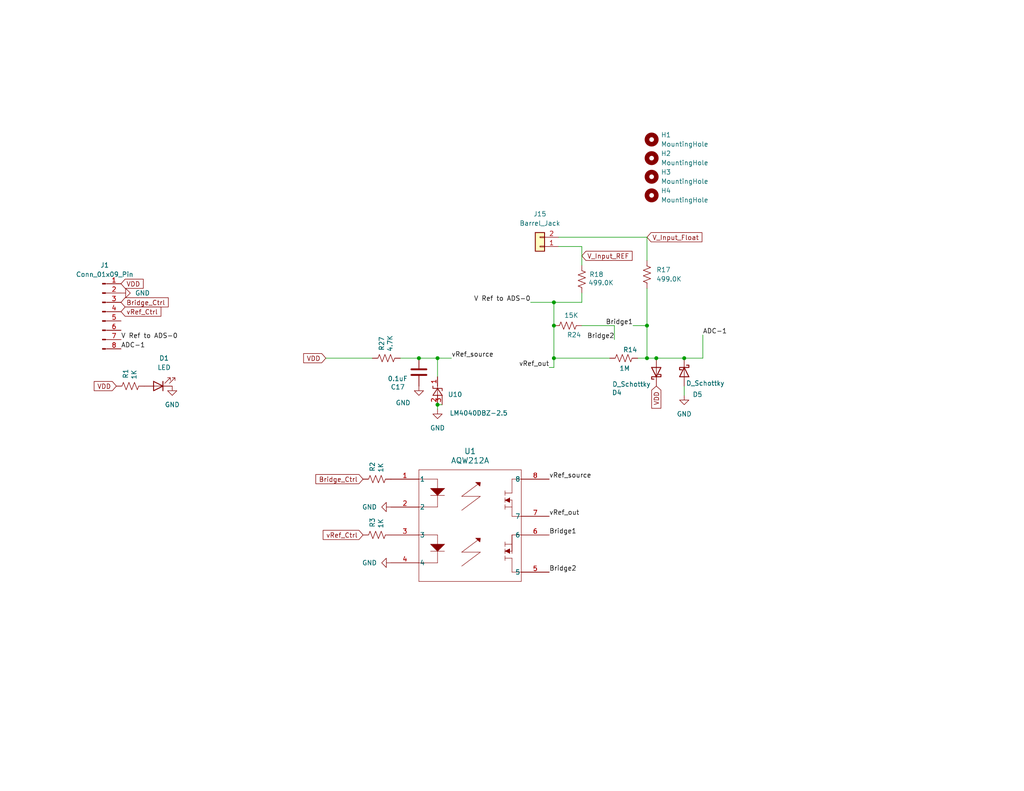
<source format=kicad_sch>
(kicad_sch (version 20250114) (generator "eeschema") (generator_version "9.0")
  (paper "USLetter")
  (title_block (title "Arduino Uno DMM Shield") (date "2025-02-22") (rev "1A") (company "Nick Mann"))
  (lib_symbols
    (symbol "Connector:Conn_01x08_Pin" (pin_names (offset 1.016) (hide yes))
      (property "Reference" "J" (at 0 10.16 0))
      (property "Value" "Conn_01x08_Pin" (at 0 -12.7 0))
      (symbol "Conn_01x08_Pin_1_1"
        (rectangle (start 0.8636 7.747) (end 0 7.493) (stroke (width 0.1524)) (fill (type outline)))
        (rectangle (start 0.8636 5.207) (end 0 4.953) (stroke (width 0.1524)) (fill (type outline)))
        (rectangle (start 0.8636 2.667) (end 0 2.413) (stroke (width 0.1524)) (fill (type outline)))
        (rectangle (start 0.8636 0.127) (end 0 -0.127) (stroke (width 0.1524)) (fill (type outline)))
        (rectangle (start 0.8636 -2.413) (end 0 -2.667) (stroke (width 0.1524)) (fill (type outline)))
        (rectangle (start 0.8636 -4.953) (end 0 -5.207) (stroke (width 0.1524)) (fill (type outline)))
        (rectangle (start 0.8636 -7.493) (end 0 -7.747) (stroke (width 0.1524)) (fill (type outline)))
        (rectangle (start 0.8636 -10.033) (end 0 -10.287) (stroke (width 0.1524)) (fill (type outline)))
        (polyline (pts (xy 1.27 7.62) (xy 0.8636 7.62)) (stroke (width 0.1524)))
        (polyline (pts (xy 1.27 5.08) (xy 0.8636 5.08)) (stroke (width 0.1524)))
        (polyline (pts (xy 1.27 2.54) (xy 0.8636 2.54)) (stroke (width 0.1524)))
        (polyline (pts (xy 1.27 0) (xy 0.8636 0)) (stroke (width 0.1524)))
        (polyline (pts (xy 1.27 -2.54) (xy 0.8636 -2.54)) (stroke (width 0.1524)))
        (polyline (pts (xy 1.27 -5.08) (xy 0.8636 -5.08)) (stroke (width 0.1524)))
        (polyline (pts (xy 1.27 -7.62) (xy 0.8636 -7.62)) (stroke (width 0.1524)))
        (polyline (pts (xy 1.27 -10.16) (xy 0.8636 -10.16)) (stroke (width 0.1524)))
        (pin passive line (at 5.08 7.62 180) (length 3.81) (name "Pin_1") (number "1"))
        (pin passive line (at 5.08 5.08 180) (length 3.81) (name "Pin_2") (number "2"))
        (pin passive line (at 5.08 2.54 180) (length 3.81) (name "Pin_3") (number "3"))
        (pin passive line (at 5.08 0 180) (length 3.81) (name "Pin_4") (number "4"))
        (pin passive line (at 5.08 -2.54 180) (length 3.81) (name "Pin_5") (number "5"))
        (pin passive line (at 5.08 -5.08 180) (length 3.81) (name "Pin_6") (number "6"))
        (pin passive line (at 5.08 -7.62 180) (length 3.81) (name "Pin_7") (number "7"))
        (pin passive line (at 5.08 -10.16 180) (length 3.81) (name "Pin_8") (number "8"))
      )
    )
    (symbol "Connector_Generic:Conn_01x02" (pin_names (offset 1.016) (hide yes))
      (property "Reference" "J" (at 0 2.54 0))
      (property "Value" "Conn_01x02" (at 0 -5.08 0))
      (symbol "Conn_01x02_1_1"
        (rectangle (start -1.27 1.27) (end 1.27 -3.81) (stroke (width 0.254)) (fill (type background)))
        (rectangle (start -1.27 0.127) (end 0 -0.127) (stroke (width 0.1524)))
        (rectangle (start -1.27 -2.413) (end 0 -2.667) (stroke (width 0.1524)))
        (pin passive line (at -5.08 0 0) (length 3.81) (name "Pin_1") (number "1"))
        (pin passive line (at -5.08 -2.54 0) (length 3.81) (name "Pin_2") (number "2"))
      )
    )
    (symbol "CustomAdded:AQW212A" (pin_names (offset 0.254))
      (property "Reference" "U" (at 22.86 10.16 0))
      (property "Value" "AQW212A" (at 22.86 17.78 0))
      (symbol "AQW212A_0_1"
        (polyline (pts (xy 7.62 5.08) (xy 7.62 -25.4)) (stroke (width 0.127)))
        (polyline (pts (xy 7.62 -25.4) (xy 35.56 -25.4)) (stroke (width 0.127)))
        (polyline (pts (xy 10.795 -1.905) (xy 14.605 -1.905)) (stroke (width 0.127)))
        (polyline (pts (xy 10.795 -17.145) (xy 14.605 -17.145)) (stroke (width 0.127)))
        (polyline (pts (xy 12.7 2.54) (xy 7.62 2.54)) (stroke (width 0.127)))
        (polyline (pts (xy 12.7 2.54) (xy 12.7 -5.08)) (stroke (width 0.127)))
        (polyline (pts (xy 12.7 -5.08) (xy 7.62 -5.08)) (stroke (width 0.127)))
        (polyline (pts (xy 12.7 -12.7) (xy 7.62 -12.7)) (stroke (width 0.127)))
        (polyline (pts (xy 12.7 -12.7) (xy 12.7 -20.32)) (stroke (width 0.127)))
        (polyline (pts (xy 12.7 -20.32) (xy 7.62 -20.32)) (stroke (width 0.127)))
        (polyline (pts (xy 14.605 0) (xy 10.795 0) (xy 12.7 -1.905) (xy 14.605 0)) (fill (type outline)))
        (polyline (pts (xy 14.605 -15.24) (xy 10.795 -15.24) (xy 12.7 -17.145) (xy 14.605 -15.24)) (fill (type outline)))
        (polyline (pts (xy 19.304 -2.159) (xy 23.876 1.27)) (stroke (width 0.127)))
        (polyline (pts (xy 19.304 -5.969) (xy 24.384 -2.159)) (stroke (width 0.127)))
        (polyline (pts (xy 19.304 -17.399) (xy 23.876 -13.97)) (stroke (width 0.127)))
        (polyline (pts (xy 19.304 -21.209) (xy 24.384 -17.399)) (stroke (width 0.127)))
        (polyline (pts (xy 23.749 -2.159) (xy 19.304 -2.159)) (stroke (width 0.127)))
        (polyline (pts (xy 23.749 -2.159) (xy 24.384 -2.159)) (stroke (width 0.127)))
        (polyline (pts (xy 23.749 -17.399) (xy 19.304 -17.399)) (stroke (width 0.127)))
        (polyline (pts (xy 23.749 -17.399) (xy 24.384 -17.399)) (stroke (width 0.127)))
        (polyline (pts (xy 24.384 1.651) (xy 23.114 1.651) (xy 24.257 0.635) (xy 24.384 1.651)) (fill (type outline)))
        (polyline (pts (xy 24.384 -13.589) (xy 23.114 -13.589) (xy 24.257 -14.605) (xy 24.384 -13.589)) (fill (type outline)))
        (polyline (pts (xy 31.115 -1.27) (xy 33.02 -1.27)) (stroke (width 0.127)))
        (polyline (pts (xy 31.115 -1.905) (xy 31.115 -0.635)) (stroke (width 0.127)))
        (polyline (pts (xy 31.115 -3.175) (xy 33.02 -3.175)) (stroke (width 0.127)))
        (polyline (pts (xy 31.115 -3.175) (xy 32.385 -3.81) (xy 32.385 -2.54)) (fill (type outline)))
        (polyline (pts (xy 31.115 -3.81) (xy 31.115 -2.54)) (stroke (width 0.127)))
        (polyline (pts (xy 31.115 -4.445) (xy 31.115 -5.715)) (stroke (width 0.127)))
        (polyline (pts (xy 31.115 -5.08) (xy 33.02 -5.08)) (stroke (width 0.127)))
        (polyline (pts (xy 31.115 -15.24) (xy 33.02 -15.24)) (stroke (width 0.127)))
        (polyline (pts (xy 31.115 -15.875) (xy 31.115 -14.605)) (stroke (width 0.127)))
        (polyline (pts (xy 31.115 -16.51) (xy 31.115 -17.78)) (stroke (width 0.127)))
        (polyline (pts (xy 31.115 -17.145) (xy 33.02 -17.145)) (stroke (width 0.127)))
        (polyline (pts (xy 31.115 -17.145) (xy 32.385 -16.51) (xy 32.385 -17.78)) (fill (type outline)))
        (polyline (pts (xy 31.115 -18.415) (xy 31.115 -19.685)) (stroke (width 0.127)))
        (polyline (pts (xy 31.115 -19.05) (xy 33.02 -19.05)) (stroke (width 0.127)))
        (polyline (pts (xy 33.02 2.54) (xy 35.56 2.54)) (stroke (width 0.127)))
        (polyline (pts (xy 33.02 -1.27) (xy 33.02 2.54)) (stroke (width 0.127)))
        (polyline (pts (xy 33.02 -7.62) (xy 33.02 -3.175)) (stroke (width 0.127)))
        (polyline (pts (xy 33.02 -12.7) (xy 33.02 -17.145)) (stroke (width 0.127)))
        (polyline (pts (xy 33.02 -12.7) (xy 35.56 -12.7)) (stroke (width 0.127)))
        (polyline (pts (xy 33.02 -17.78) (xy 33.02 -12.7)) (stroke (width 0.127)))
        (polyline (pts (xy 33.02 -19.05) (xy 33.02 -22.86)) (stroke (width 0.127)))
        (polyline (pts (xy 33.02 -22.86) (xy 35.56 -22.86)) (stroke (width 0.127)))
        (polyline (pts (xy 35.56 5.08) (xy 7.62 5.08)) (stroke (width 0.127)))
        (polyline (pts (xy 35.56 -7.62) (xy 33.02 -7.62)) (stroke (width 0.127)))
        (polyline (pts (xy 35.56 -25.4) (xy 35.56 5.08)) (stroke (width 0.127)))
        (pin unspecified line (at 0 2.54 0) (length 7.62) (name "1") (number "1"))
        (pin unspecified line (at 0 -5.08 0) (length 7.62) (name "2") (number "2"))
        (pin unspecified line (at 0 -12.7 0) (length 7.62) (name "3") (number "3"))
        (pin unspecified line (at 0 -20.32 0) (length 7.62) (name "4") (number "4"))
        (pin unspecified line (at 43.18 2.54 180) (length 7.62) (name "8") (number "8"))
        (pin unspecified line (at 43.18 -7.62 180) (length 7.62) (name "7") (number "7"))
        (pin unspecified line (at 43.18 -12.7 180) (length 7.62) (name "6") (number "6"))
        (pin unspecified line (at 43.18 -22.86 180) (length 7.62) (name "5") (number "5"))
      )
    )
    (symbol "Device:C" (pin_numbers (hide yes)) (pin_names (offset 0.254))
      (property "Reference" "C" (at 0.635 2.54 0))
      (property "Value" "C" (at 0.635 -2.54 0))
      (symbol "C_0_1"
        (polyline (pts (xy -2.032 0.762) (xy 2.032 0.762)) (stroke (width 0.508)))
        (polyline (pts (xy -2.032 -0.762) (xy 2.032 -0.762)) (stroke (width 0.508)))
      )
      (symbol "C_1_1"
        (pin passive line (at 0 3.81 270) (length 2.794) (name "~") (number "1"))
        (pin passive line (at 0 -3.81 90) (length 2.794) (name "~") (number "2"))
      )
    )
    (symbol "Device:D_Schottky" (pin_numbers (hide yes)) (pin_names (offset 1.016) (hide yes))
      (property "Reference" "D" (at 0 2.54 0))
      (property "Value" "D_Schottky" (at 0 -2.54 0))
      (symbol "D_Schottky_0_1"
        (polyline (pts (xy -1.905 0.635) (xy -1.905 1.27) (xy -1.27 1.27) (xy -1.27 -1.27) (xy -0.635 -1.27) (xy -0.635 -0.635)) (stroke (width 0.254)))
        (polyline (pts (xy 1.27 1.27) (xy 1.27 -1.27) (xy -1.27 0) (xy 1.27 1.27)) (stroke (width 0.254)))
        (polyline (pts (xy 1.27 0) (xy -1.27 0)))
      )
      (symbol "D_Schottky_1_1"
        (pin passive line (at -3.81 0 0) (length 2.54) (name "K") (number "1"))
        (pin passive line (at 3.81 0 180) (length 2.54) (name "A") (number "2"))
      )
    )
    (symbol "Device:LED" (pin_numbers (hide yes)) (pin_names (offset 1.016) (hide yes))
      (property "Reference" "D" (at 0 2.54 0))
      (property "Value" "LED" (at 0 -2.54 0))
      (symbol "LED_0_1"
        (polyline (pts (xy -3.048 -0.762) (xy -4.572 -2.286) (xy -3.81 -2.286) (xy -4.572 -2.286) (xy -4.572 -1.524)))
        (polyline (pts (xy -1.778 -0.762) (xy -3.302 -2.286) (xy -2.54 -2.286) (xy -3.302 -2.286) (xy -3.302 -1.524)))
        (polyline (pts (xy -1.27 0) (xy 1.27 0)))
        (polyline (pts (xy -1.27 -1.27) (xy -1.27 1.27)) (stroke (width 0.254)))
        (polyline (pts (xy 1.27 -1.27) (xy 1.27 1.27) (xy -1.27 0) (xy 1.27 -1.27)) (stroke (width 0.254)))
      )
      (symbol "LED_1_1"
        (pin passive line (at -3.81 0 0) (length 2.54) (name "K") (number "1"))
        (pin passive line (at 3.81 0 180) (length 2.54) (name "A") (number "2"))
      )
    )
    (symbol "Device:R_US" (pin_numbers (hide yes)) (pin_names (offset 0))
      (property "Reference" "R" (at 2.54 0 90))
      (property "Value" "R_US" (at -2.54 0 90))
      (symbol "R_US_0_1"
        (polyline (pts (xy 0 2.286) (xy 0 2.54)))
        (polyline (pts (xy 0 2.286) (xy 1.016 1.905) (xy 0 1.524) (xy -1.016 1.143) (xy 0 0.762)))
        (polyline (pts (xy 0 0.762) (xy 1.016 0.381) (xy 0 0) (xy -1.016 -0.381) (xy 0 -0.762)))
        (polyline (pts (xy 0 -0.762) (xy 1.016 -1.143) (xy 0 -1.524) (xy -1.016 -1.905) (xy 0 -2.286)))
        (polyline (pts (xy 0 -2.286) (xy 0 -2.54)))
      )
      (symbol "R_US_1_1"
        (pin passive line (at 0 3.81 270) (length 1.27) (name "~") (number "1"))
        (pin passive line (at 0 -3.81 90) (length 1.27) (name "~") (number "2"))
      )
    )
    (symbol "Mechanical:MountingHole" (pin_names (offset 1.016)) (in_bom no)
      (property "Reference" "H" (at 0 5.08 0))
      (property "Value" "MountingHole" (at 0 3.175 0))
      (symbol "MountingHole_0_1"
        (circle (center 0 0) (radius 1.27) (stroke (width 1.27)))
      )
    )
    (symbol "Reference_Voltage:LM4040DBZ-2.5" (pin_names (offset 0.0254) (hide yes))
      (property "Reference" "U10" (at -1.778 7.112 90))
      (property "Value" "LM4040DBZ-2.5" (at -4.572 17.018 90))
      (symbol "LM4040DBZ-2.5_0_1"
        (polyline (pts (xy -1.27 0) (xy 0 0) (xy 1.27 0)))
        (polyline (pts (xy -1.27 -1.27) (xy 0.635 0) (xy -1.27 1.27) (xy -1.27 -1.27)) (stroke (width 0.2032)))
        (polyline (pts (xy 0 -1.27) (xy 0.635 -1.27) (xy 0.635 1.27) (xy 1.27 1.27)) (stroke (width 0.2032)))
      )
      (symbol "LM4040DBZ-2.5_1_1"
        (pin passive line (at -3.81 0 0) (length 2.54) (name "A") (number "2"))
        (pin input line (at -3.81 -1.27 0) (length 2.54) (name "nc_(gnd)") (number "3"))
        (pin passive line (at 3.81 0 180) (length 2.54) (name "K") (number "1"))
      )
    )
    (symbol "power:GND" (power) (pin_names (offset 0))
      (property "Value" "GND" (at 0 -3.81 0))
      (symbol "GND_0_1"
        (polyline (pts (xy 0 0) (xy 0 -1.27) (xy 1.27 -1.27) (xy 0 -2.54) (xy -1.27 -1.27) (xy 0 -1.27)))
      )
      (symbol "GND_1_1"
        (pin power_in line (at 0 0 270) (length 0) (hide yes) (name "GND") (number "1"))
      )
    )
  )
  (junction (at 176.53 97.79))
  (junction (at 186.69 97.79))
  (junction (at 114.3 97.79))
  (junction (at 119.38 97.79))
  (junction (at 151.13 82.55))
  (junction (at 119.38 110.49))
  (junction (at 176.53 88.9))
  (junction (at 151.13 88.9))
  (junction (at 179.07 97.79))
  (junction (at 151.13 97.79))
  (wire (pts (xy 176.53 88.9) (xy 176.53 97.79)))
  (wire (pts (xy 119.38 102.87) (xy 119.38 97.79)))
  (wire (pts (xy 176.53 78.74) (xy 176.53 88.9)))
  (wire (pts (xy 176.53 97.79) (xy 179.07 97.79)))
  (wire (pts (xy 173.99 97.79) (xy 176.53 97.79)))
  (wire (pts (xy 186.69 97.79) (xy 191.77 97.79)))
  (wire (pts (xy 151.13 88.9) (xy 151.13 97.79)))
  (wire (pts (xy 114.3 97.79) (xy 119.38 97.79)))
  (wire (pts (xy 101.6 97.79) (xy 88.9 97.79)))
  (wire (pts (xy 144.78 82.55) (xy 151.13 82.55)))
  (wire (pts (xy 119.38 97.79) (xy 123.19 97.79)))
  (wire (pts (xy 151.13 97.79) (xy 166.37 97.79)))
  (wire (pts (xy 186.69 105.41) (xy 186.69 107.95)))
  (wire (pts (xy 149.86 100.33) (xy 151.13 100.33)))
  (wire (pts (xy 152.4 64.77) (xy 176.53 64.77)))
  (wire (pts (xy 119.38 110.49) (xy 120.65 110.49)))
  (wire (pts (xy 191.77 91.44) (xy 191.77 97.79)))
  (wire (pts (xy 151.13 100.33) (xy 151.13 97.79)))
  (wire (pts (xy 151.13 82.55) (xy 158.75 82.55)))
  (wire (pts (xy 176.53 64.77) (xy 176.53 71.12)))
  (wire (pts (xy 152.4 67.31) (xy 158.75 67.31)))
  (wire (pts (xy 158.75 80.01) (xy 158.75 82.55)))
  (wire (pts (xy 109.22 97.79) (xy 114.3 97.79)))
  (wire (pts (xy 179.07 97.79) (xy 186.69 97.79)))
  (wire (pts (xy 151.13 82.55) (xy 151.13 88.9)))
  (wire (pts (xy 167.64 88.9) (xy 167.64 92.71)))
  (wire (pts (xy 158.75 67.31) (xy 158.75 72.39)))
  (wire (pts (xy 119.38 111.76) (xy 119.38 110.49)))
  (wire (pts (xy 172.72 88.9) (xy 176.53 88.9)))
  (wire (pts (xy 158.75 88.9) (xy 167.64 88.9)))
  (label "vRef_out" (at 149.86 140.97 0))
  (label "Bridge2" (at 167.64 92.71 180))
  (label "V Ref to ADS-0" (at 144.78 82.55 180))
  (label "Bridge1" (at 172.72 88.9 180))
  (label "ADC-1" (at 33.02 95.25 0))
  (label "Bridge2" (at 149.86 156.21 0))
  (label "vRef_source" (at 123.19 97.79 0))
  (label "Bridge1" (at 149.86 146.05 0))
  (label "ADC-1" (at 191.77 91.44 0))
  (label "vRef_source" (at 149.86 130.81 0))
  (label "vRef_out" (at 149.86 100.33 180))
  (label "V Ref to ADS-0" (at 33.02 92.71 0))
  (global_label "vRef_Ctrl" (shape input) (at 99.06 146.05 180) (property "Intersheetrefs" "${INTERSHEET_REFS}" (effects (hide yes))))
  (global_label "Bridge_Ctrl" (shape input) (at 33.02 82.55 0) (property "Intersheetrefs" "${INTERSHEET_REFS}" (effects (hide yes))))
  (global_label "VDD" (shape input) (at 179.07 105.41 270) (property "Intersheetrefs" "${INTERSHEET_REFS}" (effects (hide yes))))
  (global_label "V_Input_Float" (shape input) (at 176.53 64.77 0) (property "Intersheetrefs" "${INTERSHEET_REFS}" (effects (hide yes))))
  (global_label "VDD" (shape input) (at 33.02 77.47 0) (property "Intersheetrefs" "${INTERSHEET_REFS}" (effects (hide yes))))
  (global_label "vRef_Ctrl" (shape input) (at 33.02 85.09 0) (property "Intersheetrefs" "${INTERSHEET_REFS}" (effects (hide yes))))
  (global_label "V_Input_REF" (shape input) (at 158.75 69.85 0) (property "Intersheetrefs" "${INTERSHEET_REFS}" (effects (hide yes))))
  (global_label "Bridge_Ctrl" (shape input) (at 99.06 130.81 180) (property "Intersheetrefs" "${INTERSHEET_REFS}" (effects (hide yes))))
  (global_label "VDD" (shape input) (at 88.9 97.79 180) (property "Intersheetrefs" "${INTERSHEET_REFS}" (effects (hide yes))))
  (global_label "VDD" (shape input) (at 31.75 105.41 180) (property "Intersheetrefs" "${INTERSHEET_REFS}" (effects (hide yes))))
  (symbol (lib_id "CustomAdded:AQW212A") (at 106.68 133.35 0) (unit 1)
    (property "Reference" "U1" (at 128.27 123.19 0) (effects (font (size 1.524 1.524))))
    (property "Value" "AQW212A" (at 128.27 125.73 0) (effects (font (size 1.524 1.524))))
    (property "Footprint" "Package_SO:SOP-8_6.605x9.655mm_P2.54mm" (effects (hide yes)))
    (property "Datasheet" "AQW212A" (effects (hide yes)))
  )
  (symbol (lib_id "power:GND") (at 106.68 153.67 270) (unit 1)
    (property "Reference" "#PWR05" (effects (hide yes)))
    (property "Value" "GND" (at 102.87 153.6699 90) (effects (justify right)))
    (property "Description" "Power symbol creates a global label with name \"GND\" , ground" (effects (hide yes)))
  )
  (symbol (lib_id "Device:R_US") (at 176.53 74.93 0) (unit 1)
    (property "Reference" "R17" (at 179.07 73.6599 0) (effects (justify left)))
    (property "Value" "499.0K" (at 179.07 76.1999 0) (effects (justify left)))
    (property "Footprint" "Resistor_SMD:R_0805_2012Metric_Pad1.20x1.40mm_HandSolder" (effects (hide yes)))
    (property "Description" "Resistor, US symbol" (effects (hide yes)))
    (property "ValueTemp" "75K" (effects (hide yes)))
    (property "Function" "V Signal Divider" (effects (hide yes)))
  )
  (symbol (lib_id "Device:R_US") (at 105.41 97.79 90) (unit 1)
    (property "Reference" "R27" (at 104.14 95.758 0) (effects (justify left)))
    (property "Value" "4.7K" (at 106.426 96.012 0) (effects (justify left)))
    (property "Footprint" "Resistor_SMD:R_0805_2012Metric_Pad1.20x1.40mm_HandSolder" (effects (hide yes)))
    (property "Description" "Resistor, US symbol" (effects (hide yes)))
    (property "ValueTemp" "5K" (effects (hide yes)))
    (property "Function" "Current Limit" (effects (hide yes)))
  )
  (symbol (lib_id "Device:D_Schottky") (at 186.69 101.6 270) (unit 1)
    (property "Reference" "D5" (at 188.976 107.696 90) (effects (justify left)))
    (property "Value" "D_Schottky" (at 187.198 104.648 90) (effects (justify left)))
    (property "Footprint" "Diode_SMD:D_SOD-123" (effects (hide yes)))
    (property "Description" "Schottky diode" (effects (hide yes)))
    (property "Function" "Overvoltage Proection" (effects (hide yes)))
  )
  (symbol (lib_id "Device:R_US") (at 102.87 130.81 90) (unit 1)
    (property "Reference" "R2" (at 101.6 128.778 0) (effects (justify left)))
    (property "Value" "1K" (at 103.886 129.032 0) (effects (justify left)))
    (property "Footprint" "Resistor_SMD:R_0805_2012Metric_Pad1.20x1.40mm_HandSolder" (effects (hide yes)))
    (property "Description" "Resistor, US symbol" (effects (hide yes)))
    (property "Function" "V Driver Pullup" (effects (hide yes)))
  )
  (symbol (lib_id "power:GND") (at 33.02 80.01 90) (unit 1)
    (property "Reference" "#PWR01" (effects (hide yes)))
    (property "Value" "GND" (at 36.83 80.0099 90) (effects (justify right)))
    (property "Description" "Power symbol creates a global label with name \"GND\" , ground" (effects (hide yes)))
  )
  (symbol (lib_id "power:GND") (at 46.99 105.41 0) (unit 1)
    (property "Reference" "#PWR04" (effects (hide yes)))
    (property "Value" "GND" (at 46.99 110.49 0))
    (property "Description" "Power symbol creates a global label with name \"GND\" , ground" (effects (hide yes)))
  )
  (symbol (lib_id "Mechanical:MountingHole") (at 177.8 48.26 0) (unit 1) (in_bom no)
    (property "Reference" "H3" (at 180.34 46.9899 0) (effects (justify left)))
    (property "Value" "MountingHole" (at 180.34 49.5299 0) (effects (justify left)))
    (property "Footprint" "MountingHole:MountingHole_3.2mm_M3_DIN965_Pad_TopBottom" (effects (hide yes)))
    (property "Description" "Mounting Hole without connection" (effects (hide yes)))
  )
  (symbol (lib_id "Connector_Generic:Conn_01x02") (at 147.32 67.31 180) (unit 1)
    (property "Reference" "J15" (at 147.32 58.42 0))
    (property "Value" "Barrel_Jack" (at 147.32 60.96 0))
    (property "Footprint" "TerminalBlock_Phoenix:TerminalBlock_Phoenix_MKDS-3-2-5.08_1x02_P5.08mm_Horizontal" (effects (hide yes)))
    (property "Description" "Generic connector, single row, 01x02, script generated (kicad-library-utils/schlib/autogen/connector/)" (effects (hide yes)))
    (property "ValueTemp" "Barrel_Jack" (effects (hide yes)))
  )
  (symbol (lib_id "Mechanical:MountingHole") (at 177.8 53.34 0) (unit 1) (in_bom no)
    (property "Reference" "H4" (at 180.34 52.0699 0) (effects (justify left)))
    (property "Value" "MountingHole" (at 180.34 54.6099 0) (effects (justify left)))
    (property "Footprint" "MountingHole:MountingHole_3.2mm_M3_DIN965_Pad_TopBottom" (effects (hide yes)))
    (property "Description" "Mounting Hole without connection" (effects (hide yes)))
  )
  (symbol (lib_id "Device:LED") (at 43.18 105.41 180) (unit 1)
    (property "Reference" "D1" (at 44.7675 97.79 0))
    (property "Value" "LED" (at 44.7675 100.33 0))
    (property "Footprint" "LED_SMD:LED_0805_2012Metric_Pad1.15x1.40mm_HandSolder" (effects (hide yes)))
    (property "Description" "Light emitting diode" (effects (hide yes)))
    (property "Sim.Pins" "1=K 2=A" (effects (hide yes)))
  )
  (symbol (lib_id "Mechanical:MountingHole") (at 177.8 38.1 0) (unit 1) (in_bom no)
    (property "Reference" "H1" (at 180.34 36.8299 0) (effects (justify left)))
    (property "Value" "MountingHole" (at 180.34 39.3699 0) (effects (justify left)))
    (property "Footprint" "MountingHole:MountingHole_3.2mm_M3_DIN965_Pad_TopBottom" (effects (hide yes)))
    (property "Description" "Mounting Hole without connection" (effects (hide yes)))
  )
  (symbol (lib_id "Reference_Voltage:LM4040DBZ-2.5") (at 119.38 106.68 90) (unit 1)
    (property "Reference" "U10" (at 122.174 107.696 90) (effects (justify right)))
    (property "Value" "LM4040DBZ-2.5" (at 122.682 112.776 90) (effects (justify right)))
    (property "Footprint" "Package_TO_SOT_SMD:SOT-23" (effects (hide yes)))
    (property "Datasheet" "http://www.ti.com/lit/ds/symlink/lm4040-n.pdf" (effects (hide yes)))
    (property "Description" "2.500V Precision Micropower Shunt Voltage Reference, SOT-23" (effects (hide yes)))
    (property "Function" "V Reference Control" (effects (hide yes)))
  )
  (symbol (lib_id "Device:R_US") (at 170.18 97.79 90) (unit 1)
    (property "Reference" "R14" (at 171.958 95.504 90))
    (property "Value" "1M" (at 170.434 100.584 90))
    (property "Footprint" "Resistor_SMD:R_0805_2012Metric_Pad1.20x1.40mm_HandSolder" (effects (hide yes)))
    (property "Description" "Resistor, US symbol" (effects (hide yes)))
    (property "Function" "V Bridge" (effects (hide yes)))
  )
  (symbol (lib_id "Device:D_Schottky") (at 179.07 101.6 90) (unit 1)
    (property "Reference" "D4" (at 169.672 107.188 90) (effects (justify left)))
    (property "Value" "D_Schottky" (at 177.546 104.902 90) (effects (justify left)))
    (property "Footprint" "Diode_SMD:D_SOD-123" (effects (hide yes)))
    (property "Description" "Schottky diode" (effects (hide yes)))
    (property "Function" "Overvoltage Proection" (effects (hide yes)))
  )
  (symbol (lib_id "Device:R_US") (at 154.94 88.9 270) (unit 1)
    (property "Reference" "R24" (at 154.686 91.44 90) (effects (justify left)))
    (property "Value" "15K" (at 153.924 86.106 90) (effects (justify left)))
    (property "Footprint" "Resistor_SMD:R_0805_2012Metric_Pad1.20x1.40mm_HandSolder" (effects (hide yes)))
    (property "Description" "Resistor, US symbol" (effects (hide yes)))
    (property "Function" "V REF Divider" (effects (hide yes)))
  )
  (symbol (lib_id "Device:C") (at 114.3 101.6 180) (unit 1)
    (property "Reference" "C17" (at 110.49 105.664 0) (effects (justify left)))
    (property "Value" "0.1uF" (at 111.252 103.378 0) (effects (justify left)))
    (property "Footprint" "Capacitor_SMD:C_0805_2012Metric_Pad1.18x1.45mm_HandSolder" (effects (hide yes)))
    (property "Description" "Unpolarized capacitor" (effects (hide yes)))
    (property "Function" "Voltage Ref Smoothing" (effects (hide yes)))
  )
  (symbol (lib_id "Device:R_US") (at 102.87 146.05 90) (unit 1)
    (property "Reference" "R3" (at 101.6 144.018 0) (effects (justify left)))
    (property "Value" "1K" (at 103.886 144.272 0) (effects (justify left)))
    (property "Footprint" "Resistor_SMD:R_0805_2012Metric_Pad1.20x1.40mm_HandSolder" (effects (hide yes)))
    (property "Description" "Resistor, US symbol" (effects (hide yes)))
    (property "Function" "V Driver Pullup" (effects (hide yes)))
  )
  (symbol (lib_id "Mechanical:MountingHole") (at 177.8 43.18 0) (unit 1) (in_bom no)
    (property "Reference" "H2" (at 180.34 41.9099 0) (effects (justify left)))
    (property "Value" "MountingHole" (at 180.34 44.4499 0) (effects (justify left)))
    (property "Footprint" "MountingHole:MountingHole_3.2mm_M3_DIN965_Pad_TopBottom" (effects (hide yes)))
    (property "Description" "Mounting Hole without connection" (effects (hide yes)))
  )
  (symbol (lib_id "Connector:Conn_01x08_Pin") (at 27.94 85.09 0) (unit 1)
    (property "Reference" "J1" (at 28.575 72.39 0))
    (property "Value" "Conn_01x09_Pin" (at 28.575 74.93 0))
    (property "Footprint" "Connector_PinHeader_2.54mm:PinHeader_1x08_P2.54mm_Vertical" (effects (hide yes)))
    (property "Description" "Generic connector, single row, 01x08, script generated" (effects (hide yes)))
  )
  (symbol (lib_id "Device:R_US") (at 35.56 105.41 90) (unit 1)
    (property "Reference" "R1" (at 34.29 103.378 0) (effects (justify left)))
    (property "Value" "1K" (at 36.576 103.632 0) (effects (justify left)))
    (property "Footprint" "Resistor_SMD:R_0805_2012Metric_Pad1.20x1.40mm_HandSolder" (effects (hide yes)))
    (property "Description" "Resistor, US symbol" (effects (hide yes)))
    (property "Function" "V Driver Pullup" (effects (hide yes)))
  )
  (symbol (lib_id "power:GND") (at 114.3 105.41 0) (unit 1)
    (property "Reference" "#PWR061" (effects (hide yes)))
    (property "Value" "GND" (at 109.982 109.982 0))
    (property "Description" "Power symbol creates a global label with name \"GND\" , ground" (effects (hide yes)))
  )
  (symbol (lib_id "Device:R_US") (at 158.75 76.2 0) (unit 1)
    (property "Reference" "R18" (at 160.782 74.93 0) (effects (justify left)))
    (property "Value" "499.0K" (at 160.528 77.216 0) (effects (justify left)))
    (property "Footprint" "Resistor_SMD:R_0805_2012Metric_Pad1.20x1.40mm_HandSolder" (effects (hide yes)))
    (property "Description" "Resistor, US symbol" (effects (hide yes)))
    (property "Function" "V REF Divider" (effects (hide yes)))
  )
  (symbol (lib_id "power:GND") (at 186.69 107.95 0) (unit 1)
    (property "Reference" "#PWR062" (effects (hide yes)))
    (property "Value" "GND" (at 186.69 113.03 0))
    (property "Description" "Power symbol creates a global label with name \"GND\" , ground" (effects (hide yes)))
  )
  (symbol (lib_id "power:GND") (at 106.68 138.43 270) (unit 1)
    (property "Reference" "#PWR03" (effects (hide yes)))
    (property "Value" "GND" (at 102.87 138.4299 90) (effects (justify right)))
    (property "Description" "Power symbol creates a global label with name \"GND\" , ground" (effects (hide yes)))
  )
  (symbol (lib_id "power:GND") (at 119.38 111.76 0) (unit 1)
    (property "Reference" "#PWR064" (effects (hide yes)))
    (property "Value" "GND" (at 119.38 116.84 0))
    (property "Description" "Power symbol creates a global label with name \"GND\" , ground" (effects (hide yes)))
  )
)
</source>
